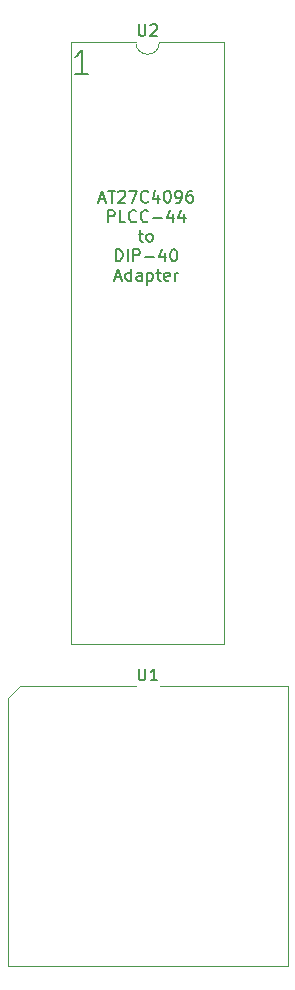
<source format=gbr>
%TF.GenerationSoftware,KiCad,Pcbnew,(5.1.7)-1*%
%TF.CreationDate,2020-11-01T14:15:20+00:00*%
%TF.ProjectId,PLCC44-EPROM-Adapter,504c4343-3434-42d4-9550-524f4d2d4164,rev?*%
%TF.SameCoordinates,Original*%
%TF.FileFunction,Legend,Top*%
%TF.FilePolarity,Positive*%
%FSLAX46Y46*%
G04 Gerber Fmt 4.6, Leading zero omitted, Abs format (unit mm)*
G04 Created by KiCad (PCBNEW (5.1.7)-1) date 2020-11-01 14:15:20*
%MOMM*%
%LPD*%
G01*
G04 APERTURE LIST*
%ADD10C,0.150000*%
%ADD11C,0.120000*%
G04 APERTURE END LIST*
D10*
X88479809Y-93640666D02*
X88956000Y-93640666D01*
X88384571Y-93926380D02*
X88717904Y-92926380D01*
X89051238Y-93926380D01*
X89241714Y-92926380D02*
X89813142Y-92926380D01*
X89527428Y-93926380D02*
X89527428Y-92926380D01*
X90098857Y-93021619D02*
X90146476Y-92974000D01*
X90241714Y-92926380D01*
X90479809Y-92926380D01*
X90575047Y-92974000D01*
X90622666Y-93021619D01*
X90670285Y-93116857D01*
X90670285Y-93212095D01*
X90622666Y-93354952D01*
X90051238Y-93926380D01*
X90670285Y-93926380D01*
X91003619Y-92926380D02*
X91670285Y-92926380D01*
X91241714Y-93926380D01*
X92622666Y-93831142D02*
X92575047Y-93878761D01*
X92432190Y-93926380D01*
X92336952Y-93926380D01*
X92194095Y-93878761D01*
X92098857Y-93783523D01*
X92051238Y-93688285D01*
X92003619Y-93497809D01*
X92003619Y-93354952D01*
X92051238Y-93164476D01*
X92098857Y-93069238D01*
X92194095Y-92974000D01*
X92336952Y-92926380D01*
X92432190Y-92926380D01*
X92575047Y-92974000D01*
X92622666Y-93021619D01*
X93479809Y-93259714D02*
X93479809Y-93926380D01*
X93241714Y-92878761D02*
X93003619Y-93593047D01*
X93622666Y-93593047D01*
X94194095Y-92926380D02*
X94289333Y-92926380D01*
X94384571Y-92974000D01*
X94432190Y-93021619D01*
X94479809Y-93116857D01*
X94527428Y-93307333D01*
X94527428Y-93545428D01*
X94479809Y-93735904D01*
X94432190Y-93831142D01*
X94384571Y-93878761D01*
X94289333Y-93926380D01*
X94194095Y-93926380D01*
X94098857Y-93878761D01*
X94051238Y-93831142D01*
X94003619Y-93735904D01*
X93956000Y-93545428D01*
X93956000Y-93307333D01*
X94003619Y-93116857D01*
X94051238Y-93021619D01*
X94098857Y-92974000D01*
X94194095Y-92926380D01*
X95003619Y-93926380D02*
X95194095Y-93926380D01*
X95289333Y-93878761D01*
X95336952Y-93831142D01*
X95432190Y-93688285D01*
X95479809Y-93497809D01*
X95479809Y-93116857D01*
X95432190Y-93021619D01*
X95384571Y-92974000D01*
X95289333Y-92926380D01*
X95098857Y-92926380D01*
X95003619Y-92974000D01*
X94956000Y-93021619D01*
X94908380Y-93116857D01*
X94908380Y-93354952D01*
X94956000Y-93450190D01*
X95003619Y-93497809D01*
X95098857Y-93545428D01*
X95289333Y-93545428D01*
X95384571Y-93497809D01*
X95432190Y-93450190D01*
X95479809Y-93354952D01*
X96336952Y-92926380D02*
X96146476Y-92926380D01*
X96051238Y-92974000D01*
X96003619Y-93021619D01*
X95908380Y-93164476D01*
X95860761Y-93354952D01*
X95860761Y-93735904D01*
X95908380Y-93831142D01*
X95956000Y-93878761D01*
X96051238Y-93926380D01*
X96241714Y-93926380D01*
X96336952Y-93878761D01*
X96384571Y-93831142D01*
X96432190Y-93735904D01*
X96432190Y-93497809D01*
X96384571Y-93402571D01*
X96336952Y-93354952D01*
X96241714Y-93307333D01*
X96051238Y-93307333D01*
X95956000Y-93354952D01*
X95908380Y-93402571D01*
X95860761Y-93497809D01*
X89217904Y-95576380D02*
X89217904Y-94576380D01*
X89598857Y-94576380D01*
X89694095Y-94624000D01*
X89741714Y-94671619D01*
X89789333Y-94766857D01*
X89789333Y-94909714D01*
X89741714Y-95004952D01*
X89694095Y-95052571D01*
X89598857Y-95100190D01*
X89217904Y-95100190D01*
X90694095Y-95576380D02*
X90217904Y-95576380D01*
X90217904Y-94576380D01*
X91598857Y-95481142D02*
X91551238Y-95528761D01*
X91408380Y-95576380D01*
X91313142Y-95576380D01*
X91170285Y-95528761D01*
X91075047Y-95433523D01*
X91027428Y-95338285D01*
X90979809Y-95147809D01*
X90979809Y-95004952D01*
X91027428Y-94814476D01*
X91075047Y-94719238D01*
X91170285Y-94624000D01*
X91313142Y-94576380D01*
X91408380Y-94576380D01*
X91551238Y-94624000D01*
X91598857Y-94671619D01*
X92598857Y-95481142D02*
X92551238Y-95528761D01*
X92408380Y-95576380D01*
X92313142Y-95576380D01*
X92170285Y-95528761D01*
X92075047Y-95433523D01*
X92027428Y-95338285D01*
X91979809Y-95147809D01*
X91979809Y-95004952D01*
X92027428Y-94814476D01*
X92075047Y-94719238D01*
X92170285Y-94624000D01*
X92313142Y-94576380D01*
X92408380Y-94576380D01*
X92551238Y-94624000D01*
X92598857Y-94671619D01*
X93027428Y-95195428D02*
X93789333Y-95195428D01*
X94694095Y-94909714D02*
X94694095Y-95576380D01*
X94456000Y-94528761D02*
X94217904Y-95243047D01*
X94836952Y-95243047D01*
X95646476Y-94909714D02*
X95646476Y-95576380D01*
X95408380Y-94528761D02*
X95170285Y-95243047D01*
X95789333Y-95243047D01*
X91813142Y-96559714D02*
X92194095Y-96559714D01*
X91956000Y-96226380D02*
X91956000Y-97083523D01*
X92003619Y-97178761D01*
X92098857Y-97226380D01*
X92194095Y-97226380D01*
X92670285Y-97226380D02*
X92575047Y-97178761D01*
X92527428Y-97131142D01*
X92479809Y-97035904D01*
X92479809Y-96750190D01*
X92527428Y-96654952D01*
X92575047Y-96607333D01*
X92670285Y-96559714D01*
X92813142Y-96559714D01*
X92908380Y-96607333D01*
X92956000Y-96654952D01*
X93003619Y-96750190D01*
X93003619Y-97035904D01*
X92956000Y-97131142D01*
X92908380Y-97178761D01*
X92813142Y-97226380D01*
X92670285Y-97226380D01*
X89884571Y-98876380D02*
X89884571Y-97876380D01*
X90122666Y-97876380D01*
X90265523Y-97924000D01*
X90360761Y-98019238D01*
X90408380Y-98114476D01*
X90456000Y-98304952D01*
X90456000Y-98447809D01*
X90408380Y-98638285D01*
X90360761Y-98733523D01*
X90265523Y-98828761D01*
X90122666Y-98876380D01*
X89884571Y-98876380D01*
X90884571Y-98876380D02*
X90884571Y-97876380D01*
X91360761Y-98876380D02*
X91360761Y-97876380D01*
X91741714Y-97876380D01*
X91836952Y-97924000D01*
X91884571Y-97971619D01*
X91932190Y-98066857D01*
X91932190Y-98209714D01*
X91884571Y-98304952D01*
X91836952Y-98352571D01*
X91741714Y-98400190D01*
X91360761Y-98400190D01*
X92360761Y-98495428D02*
X93122666Y-98495428D01*
X94027428Y-98209714D02*
X94027428Y-98876380D01*
X93789333Y-97828761D02*
X93551238Y-98543047D01*
X94170285Y-98543047D01*
X94741714Y-97876380D02*
X94836952Y-97876380D01*
X94932190Y-97924000D01*
X94979809Y-97971619D01*
X95027428Y-98066857D01*
X95075047Y-98257333D01*
X95075047Y-98495428D01*
X95027428Y-98685904D01*
X94979809Y-98781142D01*
X94932190Y-98828761D01*
X94836952Y-98876380D01*
X94741714Y-98876380D01*
X94646476Y-98828761D01*
X94598857Y-98781142D01*
X94551238Y-98685904D01*
X94503619Y-98495428D01*
X94503619Y-98257333D01*
X94551238Y-98066857D01*
X94598857Y-97971619D01*
X94646476Y-97924000D01*
X94741714Y-97876380D01*
X89836952Y-100240666D02*
X90313142Y-100240666D01*
X89741714Y-100526380D02*
X90075047Y-99526380D01*
X90408380Y-100526380D01*
X91170285Y-100526380D02*
X91170285Y-99526380D01*
X91170285Y-100478761D02*
X91075047Y-100526380D01*
X90884571Y-100526380D01*
X90789333Y-100478761D01*
X90741714Y-100431142D01*
X90694095Y-100335904D01*
X90694095Y-100050190D01*
X90741714Y-99954952D01*
X90789333Y-99907333D01*
X90884571Y-99859714D01*
X91075047Y-99859714D01*
X91170285Y-99907333D01*
X92075047Y-100526380D02*
X92075047Y-100002571D01*
X92027428Y-99907333D01*
X91932190Y-99859714D01*
X91741714Y-99859714D01*
X91646476Y-99907333D01*
X92075047Y-100478761D02*
X91979809Y-100526380D01*
X91741714Y-100526380D01*
X91646476Y-100478761D01*
X91598857Y-100383523D01*
X91598857Y-100288285D01*
X91646476Y-100193047D01*
X91741714Y-100145428D01*
X91979809Y-100145428D01*
X92075047Y-100097809D01*
X92551238Y-99859714D02*
X92551238Y-100859714D01*
X92551238Y-99907333D02*
X92646476Y-99859714D01*
X92836952Y-99859714D01*
X92932190Y-99907333D01*
X92979809Y-99954952D01*
X93027428Y-100050190D01*
X93027428Y-100335904D01*
X92979809Y-100431142D01*
X92932190Y-100478761D01*
X92836952Y-100526380D01*
X92646476Y-100526380D01*
X92551238Y-100478761D01*
X93313142Y-99859714D02*
X93694095Y-99859714D01*
X93456000Y-99526380D02*
X93456000Y-100383523D01*
X93503619Y-100478761D01*
X93598857Y-100526380D01*
X93694095Y-100526380D01*
X94408380Y-100478761D02*
X94313142Y-100526380D01*
X94122666Y-100526380D01*
X94027428Y-100478761D01*
X93979809Y-100383523D01*
X93979809Y-100002571D01*
X94027428Y-99907333D01*
X94122666Y-99859714D01*
X94313142Y-99859714D01*
X94408380Y-99907333D01*
X94456000Y-100002571D01*
X94456000Y-100097809D01*
X93979809Y-100193047D01*
X94884571Y-100526380D02*
X94884571Y-99859714D01*
X94884571Y-100050190D02*
X94932190Y-99954952D01*
X94979809Y-99907333D01*
X95075047Y-99859714D01*
X95170285Y-99859714D01*
X87566428Y-83010261D02*
X86423571Y-83010261D01*
X86995000Y-83010261D02*
X86995000Y-81010261D01*
X86804523Y-81295976D01*
X86614047Y-81486452D01*
X86423571Y-81581690D01*
D11*
%TO.C,U2*%
X93574000Y-80362500D02*
G75*
G02*
X91574000Y-80362500I-1000000J0D01*
G01*
X91574000Y-80362500D02*
X86114000Y-80362500D01*
X86114000Y-80362500D02*
X86114000Y-131282500D01*
X86114000Y-131282500D02*
X99034000Y-131282500D01*
X99034000Y-131282500D02*
X99034000Y-80362500D01*
X99034000Y-80362500D02*
X93574000Y-80362500D01*
%TO.C,U1*%
X91583000Y-134835000D02*
X81733000Y-134835000D01*
X81733000Y-134835000D02*
X80733000Y-135835000D01*
X80733000Y-135835000D02*
X80733000Y-158535000D01*
X80733000Y-158535000D02*
X104433000Y-158535000D01*
X104433000Y-158535000D02*
X104433000Y-134835000D01*
X104433000Y-134835000D02*
X93583000Y-134835000D01*
%TO.C,U2*%
D10*
X91812095Y-78814880D02*
X91812095Y-79624404D01*
X91859714Y-79719642D01*
X91907333Y-79767261D01*
X92002571Y-79814880D01*
X92193047Y-79814880D01*
X92288285Y-79767261D01*
X92335904Y-79719642D01*
X92383523Y-79624404D01*
X92383523Y-78814880D01*
X92812095Y-78910119D02*
X92859714Y-78862500D01*
X92954952Y-78814880D01*
X93193047Y-78814880D01*
X93288285Y-78862500D01*
X93335904Y-78910119D01*
X93383523Y-79005357D01*
X93383523Y-79100595D01*
X93335904Y-79243452D01*
X92764476Y-79814880D01*
X93383523Y-79814880D01*
%TO.C,U1*%
X91821095Y-133387380D02*
X91821095Y-134196904D01*
X91868714Y-134292142D01*
X91916333Y-134339761D01*
X92011571Y-134387380D01*
X92202047Y-134387380D01*
X92297285Y-134339761D01*
X92344904Y-134292142D01*
X92392523Y-134196904D01*
X92392523Y-133387380D01*
X93392523Y-134387380D02*
X92821095Y-134387380D01*
X93106809Y-134387380D02*
X93106809Y-133387380D01*
X93011571Y-133530238D01*
X92916333Y-133625476D01*
X92821095Y-133673095D01*
%TD*%
M02*

</source>
